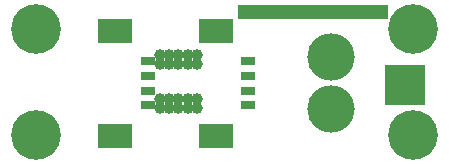
<source format=gts>
G04*
G04 #@! TF.GenerationSoftware,Altium Limited,Altium Designer,22.5.1 (42)*
G04*
G04 Layer_Color=8388736*
%FSLAX44Y44*%
%MOMM*%
G71*
G04*
G04 #@! TF.SameCoordinates,57A0546F-C19F-4D55-9909-ACA7FCB6A21B*
G04*
G04*
G04 #@! TF.FilePolarity,Negative*
G04*
G01*
G75*
%ADD13R,12.7500X1.2500*%
%ADD14R,3.5000X3.5000*%
%ADD15R,1.3000X0.8000*%
%ADD16R,3.0000X2.1000*%
%ADD17C,4.0032*%
%ADD18C,4.2032*%
%ADD19C,1.0032*%
D13*
X74750Y59084D02*
D03*
D14*
X152500Y-2500D02*
D03*
D15*
X20000Y17750D02*
D03*
Y5250D02*
D03*
Y-7250D02*
D03*
Y-19750D02*
D03*
X-65000D02*
D03*
Y5250D02*
D03*
Y17750D02*
D03*
Y-7250D02*
D03*
D16*
X-7500Y-45250D02*
D03*
Y43250D02*
D03*
X-92500D02*
D03*
Y-45250D02*
D03*
D17*
X90000Y-22500D02*
D03*
Y21000D02*
D03*
D18*
X160000Y-45000D02*
D03*
Y45000D02*
D03*
X-160000D02*
D03*
Y-45000D02*
D03*
D19*
X-23000Y15000D02*
D03*
X-39000D02*
D03*
X-39000Y23250D02*
D03*
X-31000Y15000D02*
D03*
X-55000D02*
D03*
X-31000Y23250D02*
D03*
X-47000Y15000D02*
D03*
X-55000Y23250D02*
D03*
X-47000D02*
D03*
X-23000D02*
D03*
X-23000Y-22000D02*
D03*
X-31000D02*
D03*
X-39000D02*
D03*
X-47000D02*
D03*
X-55000D02*
D03*
Y-14000D02*
D03*
X-47000D02*
D03*
X-39000D02*
D03*
X-31000D02*
D03*
X-23000D02*
D03*
M02*

</source>
